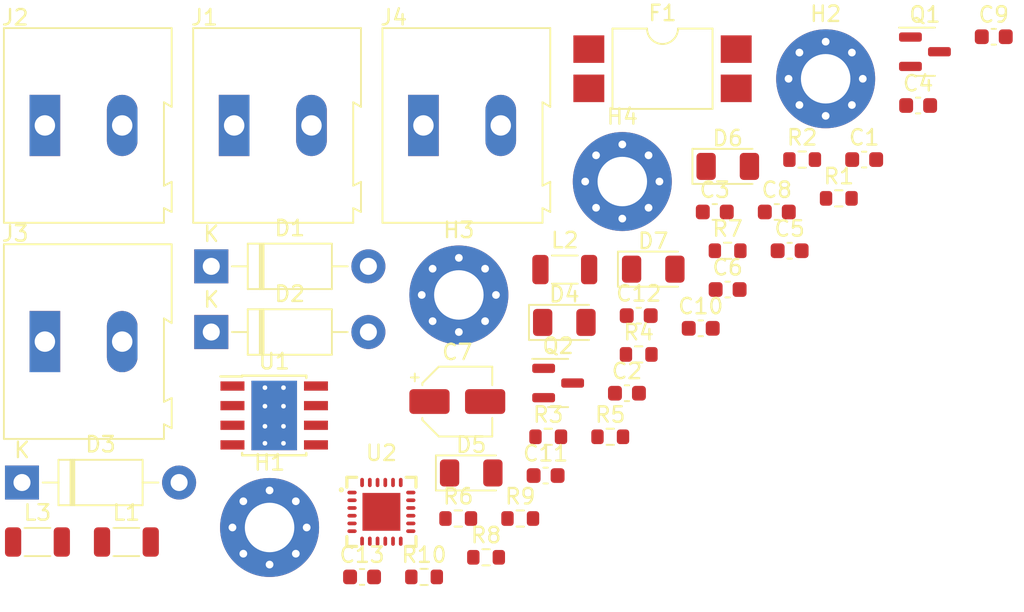
<source format=kicad_pcb>
(kicad_pcb (version 20211014) (generator pcbnew)
  (layers (0 "F.Cu" signal) (31 "B.Cu" signal) (34 "B.Paste" user) (35 "F.Paste" user) (36 "B.SilkS" user "B.Silkscreen") (37 "F.SilkS" user "F.Silkscreen") (38 "B.Mask" user) (39 "F.Mask" user) (44 "Edge.Cuts" user))
  (net 0 "")
  (net 1 "+5V")
  (net 2 "GND")
  (net 3 "Net-(C2-Pad1)")
  (net 4 "Net-(C3-Pad1)")
  (net 5 "Net-(F1-Pad2)")
  (net 6 "Net-(C5-Pad1)")
  (net 7 "Net-(C5-Pad2)")
  (net 8 "Net-(C8-Pad2)")
  (net 9 "+12V")
  (net 10 "Net-(C9-Pad2)")
  (net 11 "-12V")
  (net 12 "Net-(C10-Pad2)")
  (net 13 "Net-(C11-Pad1)")
  (net 14 "Net-(C12-Pad1)")
  (net 15 "Net-(D1-Pad2)")
  (net 16 "Net-(D3-Pad1)")
  (net 17 "/FUSE")
  (net 18 "VCC")
  (net 19 "Net-(Q1-Pad1)")
  (net 20 "Net-(R2-Pad2)")
  (net 21 "/VSENSE")
  (footprint "Package_TO_SOT_SMD:SOT-23" (layer "F.Cu") (at 89.51 79.06)
    (fp_text reference "Q2" (at 0 -2.4) (layer "F.SilkS"))
    (fp_text value "AO3401A")
    (fp_line (start 0 -1.56) (end 0.65 -1.56) (layer "F.SilkS") (width 0.12))
    (fp_line (start 0 1.56) (end -0.65 1.56) (layer "F.SilkS") (width 0.12))
    (fp_line (start 0 -1.56) (end -1.675 -1.56) (layer "F.SilkS") (width 0.12))
    (fp_line (start 0 1.56) (end 0.65 1.56) (layer "F.SilkS") (width 0.12))
    (pad "1" smd roundrect (at -0.9375 -0.95) (size 1.475 0.6) (layers "F.Cu" "F.Paste" "F.Mask") (net 2 "GND"))
    (pad "2" smd roundrect (at -0.9375 0.95) (size 1.475 0.6) (layers "F.Cu" "F.Paste" "F.Mask") (net 17 "/FUSE"))
    (pad "3" smd roundrect (at 0.9375 0) (size 1.475 0.6) (layers "F.Cu" "F.Paste" "F.Mask") (net 5 "Net-(F1-Pad2)"))
  )
  (footprint "TerminalBlock:TerminalBlock_Altech_AK300-2_P5.00mm" (layer "F.Cu") (at 56.32 76.38)
    (fp_text reference "J3" (at -1.92 -6.99) (layer "F.SilkS"))
    (fp_text value "Conn_01x02")
    (fp_line (start 8.2 -6.3) (end -2.65 -6.3) (layer "F.SilkS") (width 0.12))
    (fp_line (start 7.7 -1.5) (end 8.2 -1.2) (layer "F.SilkS") (width 0.12))
    (fp_line (start 7.7 5.35) (end 8.2 5.6) (layer "F.SilkS") (width 0.12))
    (fp_line (start 8.2 -1.2) (end 8.2 -6.3) (layer "F.SilkS") (width 0.12))
    (fp_line (start 7.7 6.3) (end 7.7 5.35) (layer "F.SilkS") (width 0.12))
    (fp_line (start -2.65 -6.3) (end -2.65 6.3) (layer "F.SilkS") (width 0.12))
    (fp_line (start 8.2 3.7) (end 8.2 3.65) (layer "F.SilkS") (width 0.12))
    (fp_line (start 7.7 3.9) (end 7.7 -1.5) (layer "F.SilkS") (width 0.12))
    (fp_line (start 8.2 5.6) (end 8.2 3.7) (layer "F.SilkS") (width 0.12))
    (fp_line (start -2.65 6.3) (end 7.7 6.3) (layer "F.SilkS") (width 0.12))
    (fp_line (start 8.2 3.65) (end 7.7 3.9) (layer "F.SilkS") (width 0.12))
    (pad "1" thru_hole rect (at 0 0) (size 1.98 3.96) (drill 1.32) (layers *.Cu *.Mask) (net 1 "+5V"))
    (pad "2" thru_hole oval (at 5 0) (size 1.98 3.96) (drill 1.32) (layers *.Cu *.Mask) (net 2 "GND"))
  )
  (footprint "Resistor_SMD:R_0603_1608Metric" (layer "F.Cu") (at 87.06 87.83)
    (fp_text reference "R9" (at 0 -1.43) (layer "F.SilkS"))
    (fp_text value "3.3k")
    (fp_line (start -0.237258 -0.5225) (end 0.237258 -0.5225) (layer "F.SilkS") (width 0.12))
    (fp_line (start -0.237258 0.5225) (end 0.237258 0.5225) (layer "F.SilkS") (width 0.12))
    (pad "1" smd roundrect (at -0.825 0) (size 0.8 0.95) (layers "F.Cu" "F.Paste" "F.Mask") (net 21 "/VSENSE"))
    (pad "2" smd roundrect (at 0.825 0) (size 0.8 0.95) (layers "F.Cu" "F.Paste" "F.Mask") (net 2 "GND"))
  )
  (footprint "Diode_THT:D_DO-41_SOD81_P10.16mm_Horizontal" (layer "F.Cu") (at 54.84 85.5)
    (fp_text reference "D3" (at 5.08 -2.47) (layer "F.SilkS"))
    (fp_text value "B5819W")
    (fp_text user "K" (at 0 -2.1) (layer "F.SilkS"))
    (fp_line (start 1.34 0) (end 2.36 0) (layer "F.SilkS") (width 0.12))
    (fp_line (start 3.38 -1.47) (end 3.38 1.47) (layer "F.SilkS") (width 0.12))
    (fp_line (start 3.26 -1.47) (end 3.26 1.47) (layer "F.SilkS") (width 0.12))
    (fp_line (start 7.8 1.47) (end 7.8 -1.47) (layer "F.SilkS") (width 0.12))
    (fp_line (start 3.14 -1.47) (end 3.14 1.47) (layer "F.SilkS") (width 0.12))
    (fp_line (start 8.82 0) (end 7.8 0) (layer "F.SilkS") (width 0.12))
    (fp_line (start 7.8 -1.47) (end 2.36 -1.47) (layer "F.SilkS") (width 0.12))
    (fp_line (start 2.36 1.47) (end 7.8 1.47) (layer "F.SilkS") (width 0.12))
    (fp_line (start 2.36 -1.47) (end 2.36 1.47) (layer "F.SilkS") (width 0.12))
    (pad "1" thru_hole rect (at 0 0) (size 2.2 2.2) (drill 1.1) (layers *.Cu *.Mask) (net 16 "Net-(D3-Pad1)"))
    (pad "2" thru_hole oval (at 10.16 0) (size 2.2 2.2) (drill 1.1) (layers *.Cu *.Mask) (net 11 "-12V"))
  )
  (footprint "Capacitor_SMD:C_0603_1608Metric" (layer "F.Cu") (at 109.3 64.6)
    (fp_text reference "C1" (at 0 -1.43) (layer "F.SilkS"))
    (fp_text value "10uF")
    (fp_line (start -0.14058 0.51) (end 0.14058 0.51) (layer "F.SilkS") (width 0.12))
    (fp_line (start -0.14058 -0.51) (end 0.14058 -0.51) (layer "F.SilkS") (width 0.12))
    (pad "1" smd roundrect (at -0.775 0) (size 0.9 0.95) (layers "F.Cu" "F.Paste" "F.Mask") (net 1 "+5V"))
    (pad "2" smd roundrect (at 0.775 0) (size 0.9 0.95) (layers "F.Cu" "F.Paste" "F.Mask") (net 2 "GND"))
  )
  (footprint "Resistor_SMD:R_0603_1608Metric" (layer "F.Cu") (at 80.84 91.61)
    (fp_text reference "R10" (at 0 -1.43) (layer "F.SilkS"))
    (fp_text value "12k")
    (fp_line (start -0.237258 -0.5225) (end 0.237258 -0.5225) (layer "F.SilkS") (width 0.12))
    (fp_line (start -0.237258 0.5225) (end 0.237258 0.5225) (layer "F.SilkS") (width 0.12))
    (pad "1" smd roundrect (at -0.825 0) (size 0.8 0.95) (layers "F.Cu" "F.Paste" "F.Mask") (net 11 "-12V"))
    (pad "2" smd roundrect (at 0.825 0) (size 0.8 0.95) (layers "F.Cu" "F.Paste" "F.Mask") (net 2 "GND"))
  )
  (footprint "Inductor_SMD:L_1206_3216Metric" (layer "F.Cu") (at 55.84 89.35)
    (fp_text reference "L3" (at 0 -1.9) (layer "F.SilkS"))
    (fp_text value "+10u")
    (fp_line (start -0.835242 -0.91) (end 0.835242 -0.91) (layer "F.SilkS") (width 0.12))
    (fp_line (start -0.835242 0.91) (end 0.835242 0.91) (layer "F.SilkS") (width 0.12))
    (pad "1" smd roundrect (at -1.575 0) (size 1.05 1.9) (layers "F.Cu" "F.Paste" "F.Mask") (roundrect_rratio 0.238095) (net 16 "Net-(D3-Pad1)"))
    (pad "2" smd roundrect (at 1.575 0) (size 1.05 1.9) (layers "F.Cu" "F.Paste" "F.Mask") (roundrect_rratio 0.238095) (net 2 "GND"))
  )
  (footprint "Package_TO_SOT_SMD:SOT-23" (layer "F.Cu") (at 113.23 57.62)
    (fp_text reference "Q1" (at 0 -2.4) (layer "F.SilkS"))
    (fp_text value "AO3401A")
    (fp_line (start 0 -1.56) (end -1.675 -1.56) (layer "F.SilkS") (width 0.12))
    (fp_line (start 0 1.56) (end 0.65 1.56) (layer "F.SilkS") (width 0.12))
    (fp_line (start 0 -1.56) (end 0.65 -1.56) (layer "F.SilkS") (width 0.12))
    (fp_line (start 0 1.56) (end -0.65 1.56) (layer "F.SilkS") (width 0.12))
    (pad "1" smd roundrect (at -0.9375 -0.95) (size 1.475 0.6) (layers "F.Cu" "F.Paste" "F.Mask") (net 19 "Net-(Q1-Pad1)"))
    (pad "2" smd roundrect (at -0.9375 0.95) (size 1.475 0.6) (layers "F.Cu" "F.Paste" "F.Mask") (net 4 "Net-(C3-Pad1)"))
    (pad "3" smd roundrect (at 0.9375 0) (size 1.475 0.6) (layers "F.Cu" "F.Paste" "F.Mask") (net 1 "+5V"))
  )
  (footprint "TerminalBlock:TerminalBlock_Altech_AK300-2_P5.00mm" (layer "F.Cu") (at 68.56 62.39)
    (fp_text reference "J1" (at -1.92 -6.99) (layer "F.SilkS"))
    (fp_text value "Conn_01x02")
    (fp_line (start 8.2 3.65) (end 7.7 3.9) (layer "F.SilkS") (width 0.12))
    (fp_line (start -2.65 6.3) (end 7.7 6.3) (layer "F.SilkS") (width 0.12))
    (fp_line (start 8.2 -1.2) (end 8.2 -6.3) (layer "F.SilkS") (width 0.12))
    (fp_line (start 7.7 6.3) (end 7.7 5.35) (layer "F.SilkS") (width 0.12))
    (fp_line (start 8.2 -6.3) (end -2.65 -6.3) (layer "F.SilkS") (width 0.12))
    (fp_line (start 7.7 -1.5) (end 8.2 -1.2) (layer "F.SilkS") (width 0.12))
    (fp_line (start 8.2 3.7) (end 8.2 3.65) (layer "F.SilkS") (width 0.12))
    (fp_line (start -2.65 -6.3) (end -2.65 6.3) (layer "F.SilkS") (width 0.12))
    (fp_line (start 8.2 5.6) (end 8.2 3.7) (layer "F.SilkS") (width 0.12))
    (fp_line (start 7.7 5.35) (end 8.2 5.6) (layer "F.SilkS") (width 0.12))
    (fp_line (start 7.7 3.9) (end 7.7 -1.5) (layer "F.SilkS") (width 0.12))
    (pad "1" thru_hole rect (at 0 0) (size 1.98 3.96) (drill 1.32) (layers *.Cu *.Mask) (net 18 "VCC"))
    (pad "2" thru_hole oval (at 5 0) (size 1.98 3.96) (drill 1.32) (layers *.Cu *.Mask) (net 2 "GND"))
  )
  (footprint "Capacitor_SMD:C_0603_1608Metric" (layer "F.Cu") (at 99.64 67.99)
    (fp_text reference "C3" (at 0 -1.43) (layer "F.SilkS"))
    (fp_text value "10uF")
    (fp_line (start -0.14058 -0.51) (end 0.14058 -0.51) (layer "F.SilkS") (width 0.12))
    (fp_line (start -0.14058 0.51) (end 0.14058 0.51) (layer "F.SilkS") (width 0.12))
    (pad "1" smd roundrect (at -0.775 0) (size 0.9 0.95) (layers "F.Cu" "F.Paste" "F.Mask") (net 4 "Net-(C3-Pad1)"))
    (pad "2" smd roundrect (at 0.775 0) (size 0.9 0.95) (layers "F.Cu" "F.Paste" "F.Mask") (net 2 "GND"))
  )
  (footprint "Resistor_SMD:R_0603_1608Metric" (layer "F.Cu") (at 105.29 64.6)
    (fp_text reference "R2" (at 0 -1.43) (layer "F.SilkS"))
    (fp_text value "100k")
    (fp_line (start -0.237258 -0.5225) (end 0.237258 -0.5225) (layer "F.SilkS") (width 0.12))
    (fp_line (start -0.237258 0.5225) (end 0.237258 0.5225) (layer "F.SilkS") (width 0.12))
    (pad "1" smd roundrect (at -0.825 0) (size 0.8 0.95) (layers "F.Cu" "F.Paste" "F.Mask") (net 17 "/FUSE"))
    (pad "2" smd roundrect (at 0.825 0) (size 0.8 0.95) (layers "F.Cu" "F.Paste" "F.Mask") (net 20 "Net-(R2-Pad2)"))
  )
  (footprint "Capacitor_SMD:C_0603_1608Metric" (layer "F.Cu") (at 103.65 67.99)
    (fp_text reference "C8" (at 0 -1.43) (layer "F.SilkS"))
    (fp_text value "4.7n")
    (fp_line (start -0.14058 0.51) (end 0.14058 0.51) (layer "F.SilkS") (width 0.12))
    (fp_line (start -0.14058 -0.51) (end 0.14058 -0.51) (layer "F.SilkS") (width 0.12))
    (pad "1" smd roundrect (at -0.775 0) (size 0.9 0.95) (layers "F.Cu" "F.Paste" "F.Mask") (net 2 "GND"))
    (pad "2" smd roundrect (at 0.775 0) (size 0.9 0.95) (layers "F.Cu" "F.Paste" "F.Mask") (net 8 "Net-(C8-Pad2)"))
  )
  (footprint "Resistor_SMD:R_0603_1608Metric" (layer "F.Cu") (at 100.47 70.5)
    (fp_text reference "R7" (at 0 -1.43) (layer "F.SilkS"))
    (fp_text value "110k")
    (fp_line (start -0.237258 -0.5225) (end 0.237258 -0.5225) (layer "F.SilkS") (width 0.12))
    (fp_line (start -0.237258 0.5225) (end 0.237258 0.5225) (layer "F.SilkS") (width 0.12))
    (pad "1" smd roundrect (at -0.825 0) (size 0.8 0.95) (layers "F.Cu" "F.Paste" "F.Mask") (net 10 "Net-(C9-Pad2)"))
    (pad "2" smd roundrect (at 0.825 0) (size 0.8 0.95) (layers "F.Cu" "F.Paste" "F.Mask") (net 2 "GND"))
  )
  (footprint "Resistor_SMD:R_0603_1608Metric" (layer "F.Cu") (at 107.66 67.11)
    (fp_text reference "R1" (at 0 -1.43) (layer "F.SilkS"))
    (fp_text value "100")
    (fp_line (start -0.237258 0.5225) (end 0.237258 0.5225) (layer "F.SilkS") (width 0.12))
    (fp_line (start -0.237258 -0.5225) (end 0.237258 -0.5225) (layer "F.SilkS") (width 0.12))
    (pad "1" smd roundrect (at -0.825 0) (size 0.8 0.95) (layers "F.Cu" "F.Paste" "F.Mask") (net 1 "+5V"))
    (pad "2" smd roundrect (at 0.825 0) (size 0.8 0.95) (layers "F.Cu" "F.Paste" "F.Mask") (net 3 "Net-(C2-Pad1)"))
  )
  (footprint "Capacitor_SMD:CP_Elec_4x5.4" (layer "F.Cu") (at 82.99 80.26)
    (fp_text reference "C7" (at 0 -3.2) (layer "F.SilkS"))
    (fp_text value "220u")
    (fp_line (start -1.195563 2.26) (end 2.26 2.26) (layer "F.SilkS") (width 0.12))
    (fp_line (start -2.26 1.195563) (end -1.195563 2.26) (layer "F.SilkS") (width 0.12))
    (fp_line (start 2.26 -2.26) (end 2.26 -1.06) (layer "F.SilkS") (width 0.12))
    (fp_line (start -1.195563 -2.26) (end 2.26 -2.26) (layer "F.SilkS") (width 0.12))
    (fp_line (start -2.26 -1.195563) (end -1.195563 -2.26) (layer "F.SilkS") (width 0.12))
    (fp_line (start -2.75 -1.81) (end -2.75 -1.31) (layer "F.SilkS") (width 0.12))
    (fp_line (start -2.26 -1.195563) (end -2.26 -1.06) (layer "F.SilkS") (width 0.12))
    (fp_line (start -2.26 1.195563) (end -2.26 1.06) (layer "F.SilkS") (width 0.12))
    (fp_line (start -3 -1.56) (end -2.5 -1.56) (layer "F.SilkS") (width 0.12))
    (fp_line (start 2.26 2.26) (end 2.26 1.06) (layer "F.SilkS") (width 0.12))
    (pad "1" smd roundrect (at -1.8 0) (size 2.6 1.6) (layers "F.Cu" "F.Paste" "F.Mask") (roundrect_rratio 0.15625) (net 1 "+5V"))
    (pad "2" smd roundrect (at 1.8 0) (size 2.6 1.6) (layers "F.Cu" "F.Paste" "F.Mask") (roundrect_rratio 0.15625) (net 2 "GND"))
  )
  (footprint "Capacitor_SMD:C_0603_1608Metric" (layer "F.Cu") (at 100.47 73.01)
    (fp_text reference "C6" (at 0 -1.43) (layer "F.SilkS"))
    (fp_text value "10u")
    (fp_line (start -0.14058 -0.51) (end 0.14058 -0.51) (layer "F.SilkS") (width 0.12))
    (fp_line (start -0.14058 0.51) (end 0.14058 0.51) (layer "F.SilkS") (width 0.12))
    (pad "1" smd roundrect (at -0.775 0) (size 0.9 0.95) (layers "F.Cu" "F.Paste" "F.Mask") (net 2 "GND"))
    (pad "2" smd roundrect (at 0.775 0) (size 0.9 0.95) (layers "F.Cu" "F.Paste" "F.Mask") (net 1 "+5V"))
  )
  (footprint "TerminalBlock:TerminalBlock_Altech_AK300-2_P5.00mm" (layer "F.Cu") (at 56.32 62.39)
    (fp_text reference "J2" (at -1.92 -6.99) (layer "F.SilkS"))
    (fp_text value "Conn_01x02")
    (fp_line (start 8.2 -6.3) (end -2.65 -6.3) (layer "F.SilkS") (width 0.12))
    (fp_line (start 7.7 5.35) (end 8.2 5.6) (layer "F.SilkS") (width 0.12))
    (fp_line (start 8.2 5.6) (end 8.2 3.7) (layer "F.SilkS") (width 0.12))
    (fp_line (start 7.7 -1.5) (end 8.2 -1.2) (layer "F.SilkS") (width 0.12))
    (fp_line (start 8.2 -1.2) (end 8.2 -6.3) (layer "F.SilkS") (width 0.12))
    (fp_line (start -2.65 -6.3) (end -2.65 6.3) (layer "F.SilkS") (width 0.12))
    (fp_line (start 8.2 3.7) (end 8.2 3.65) (layer "F.SilkS") (width 0.12))
    (fp_line (start 7.7 3.9) (end 7.7 -1.5) (layer "F.SilkS") (width 0.12))
    (fp_line (start -2.65 6.3) (end 7.7 6.3) (layer "F.SilkS") (width 0.12))
    (fp_line (start 7.7 6.3) (end 7.7 5.35) (layer "F.SilkS") (width 0.12))
    (fp_line (start 8.2 3.65) (end 7.7 3.9) (layer "F.SilkS") (width 0.12))
    (pad "1" thru_hole rect (at 0 0) (size 1.98 3.96) (drill 1.32) (layers *.Cu *.Mask) (net 9 "+12V"))
    (pad "2" thru_hole oval (at 5 0) (size 1.98 3.96) (drill 1.32) (layers *.Cu *.Mask) (net 2 "GND"))
  )
  (footprint "Capacitor_SMD:C_0603_1608Metric" (layer "F.Cu") (at 76.83 91.61)
    (fp_text reference "C13" (at 0 -1.43) (layer "F.SilkS"))
    (fp_text value "22u")
    (fp_line (start -0.14058 0.51) (end 0.14058 0.51) (layer "F.SilkS") (width 0.12))
    (fp_line (start -0.14058 -0.51) (end 0.14058 -0.51) (layer "F.SilkS") (width 0.12))
    (pad "1" smd roundrect (at -0.775 0) (size 0.9 0.95) (layers "F.Cu" "F.Paste" "F.Mask") (net 2 "GND"))
    (pad "2" smd roundrect (at 0.775 0) (size 0.9 0.95) (layers "F.Cu" "F.Paste" "F.Mask") (net 11 "-12V"))
  )
  (footprint "MountingHole:MountingHole_3.2mm_M3_Pad_Via" (layer "F.Cu") (at 70.85 88.41)
    (fp_text reference "H1" (at 0 -4.2) (layer "F.SilkS"))
    (fp_text value "MountingHole_Pad")
    (pad "1" thru_hole circle (at -1.697056 -1.697056) (size 0.8 0.8) (drill 0.5) (layers *.Cu *.Mask) (net 2 "GND"))
    (pad "1" thru_hole circle (at 1.697056 1.697056) (size 0.8 0.8) (drill 0.5) (layers *.Cu *.Mask) (net 2 "GND"))
    (pad "1" thru_hole circle (at 1.697056 -1.697056) (size 0.8 0.8) (drill 0.5) (layers *.Cu *.Mask) (net 2 "GND"))
    (pad "1" thru_hole circle (at 2.4 0) (size 0.8 0.8) (drill 0.5) (layers *.Cu *.Mask) (net 2 "GND"))
    (pad "1" thru_hole circle (at -2.4 0) (size 0.8 0.8) (drill 0.5) (layers *.Cu *.Mask) (net 2 "GND"))
    (pad "1" thru_hole circle (at 0 2.4) (size 0.8 0.8) (drill 0.5) (layers *.Cu *.Mask) (net 2 "GND"))
    (pad "1" thru_hole circle (at 0 0) (size 6.4 6.4) (drill 3.2) (layers *.Cu *.Mask) (net 2 "GND"))
    (pad "1" thru_hole circle (at -1.697056 1.697056) (size 0.8 0.8) (drill 0.5) (layers *.Cu *.Mask) (net 2 "GND"))
    (pad "1" thru_hole circle (at 0 -2.4) (size 0.8 0.8) (drill 0.5) (layers *.Cu *.Mask) (net 2 "GND"))
  )
  (footprint "Capacitor_SMD:C_0603_1608Metric" (layer "F.Cu") (at 112.79 61.1)
    (fp_text reference "C4" (at 0 -1.43) (layer "F.SilkS"))
    (fp_text value "10u")
    (fp_line (start -0.14058 -0.51) (end 0.14058 -0.51) (layer "F.SilkS") (width 0.12))
    (fp_line (start -0.14058 0.51) (end 0.14058 0.51) (layer "F.SilkS") (width 0.12))
    (pad "1" smd roundrect (at -0.775 0) (size 0.9 0.95) (layers "F.Cu" "F.Paste" "F.Mask") (net 17 "/FUSE"))
    (pad "2" smd roundrect (at 0.775 0) (size 0.9 0.95) (layers "F.Cu" "F.Paste" "F.Mask") (net 2 "GND"))
  )
  (footprint "Inductor_SMD:L_1206_3216Metric" (layer "F.Cu") (at 61.59 89.35)
    (fp_text reference "L1" (at 0 -1.9) (layer "F.SilkS"))
    (fp_text value "+10u")
    (fp_line (start -0.835242 -0.91) (end 0.835242 -0.91) (layer "F.SilkS") (width 0.12))
    (fp_line (start -0.835242 0.91) (end 0.835242 0.91) (layer "F.SilkS") (width 0.12))
    (pad "1" smd roundrect (at -1.575 0) (size 1.05 1.9) (layers "F.Cu" "F.Paste" "F.Mask") (roundrect_rratio 0.238095) (net 4 "Net-(C3-Pad1)"))
    (pad "2" smd roundrect (at 1.575 0) (size 1.05 1.9) (layers "F.Cu" "F.Paste" "F.Mask") (roundrect_rratio 0.238095) (net 15 "Net-(D1-Pad2)"))
  )
  (footprint "Capacitor_SMD:C_0603_1608Metric" (layer "F.Cu") (at 98.73 75.52)
    (fp_text reference "C10" (at 0 -1.43) (layer "F.SilkS"))
    (fp_text value "8.2p")
    (fp_line (start -0.14058 -0.51) (end 0.14058 -0.51) (layer "F.SilkS") (width 0.12))
    (fp_line (start -0.14058 0.51) (end 0.14058 0.51) (layer "F.SilkS") (width 0.12))
    (pad "1" smd roundrect (at -0.775 0) (size 0.9 0.95) (layers "F.Cu" "F.Paste" "F.Mask") (net 11 "-12V"))
    (pad "2" smd roundrect (at 0.775 0) (size 0.9 0.95) (layers "F.Cu" "F.Paste" "F.Mask") (net 12 "Net-(C10-Pad2)"))
  )
  (footprint "Capacitor_SMD:C_0603_1608Metric" (layer "F.Cu") (at 104.48 70.5)
    (fp_text reference "C5" (at 0 -1.43) (layer "F.SilkS"))
    (fp_text value "10n")
    (fp_line (start -0.14058 0.51) (end 0.14058 0.51) (layer "F.SilkS") (width 0.12))
    (fp_line (start -0.14058 -0.51) (end 0.14058 -0.51) (layer "F.SilkS") (width 0.12))
    (pad "1" smd roundrect (at -0.775 0) (size 0.9 0.95) (layers "F.Cu" "F.Paste" "F.Mask") (net 6 "Net-(C5-Pad1)"))
    (pad "2" smd roundrect (at 0.775 0) (size 0.9 0.95) (layers "F.Cu" "F.Paste" "F.Mask") (net 7 "Net-(C5-Pad2)"))
  )
  (footprint "Capacitor_SMD:C_0603_1608Metric" (layer "F.Cu") (at 88.7 85.05)
    (fp_text reference "C11" (at 0 -1.43) (layer "F.SilkS"))
    (fp_text value "4.7n")
    (fp_line (start -0.14058 0.51) (end 0.14058 0.51) (layer "F.SilkS") (width 0.12))
    (fp_line (start -0.14058 -0.51) (end 0.14058 -0.51) (layer "F.SilkS") (width 0.12))
    (pad "1" smd roundrect (at -0.775 0) (size 0.9 0.95) (layers "F.Cu" "F.Paste" "F.Mask") (net 13 "Net-(C11-Pad1)"))
    (pad "2" smd roundrect (at 0.775 0) (size 0.9 0.95) (layers "F.Cu" "F.Paste" "F.Mask") (net 2 "GND"))
  )
  (footprint "MountingHole:MountingHole_3.2mm_M3_Pad_Via" (layer "F.Cu") (at 93.66 66.02)
    (fp_text reference "H4" (at 0 -4.2) (layer "F.SilkS"))
    (fp_text value "MountingHole_Pad")
    (pad "1" thru_hole circle (at 0 0) (size 6.4 6.4) (drill 3.2) (layers *.Cu *.Mask) (net 2 "GND"))
    (pad "1" thru_hole circle (at 0 -2.4) (size 0.8 0.8) (drill 0.5) (layers *.Cu *.Mask) (net 2 "GND"))
    (pad "1" thru_hole circle (at -1.697056 -1.697056) (size 0.8 0.8) (drill 0.5) (layers *.Cu *.Mask) (net 2 "GND"))
    (pad "1" thru_hole circle (at 1.697056 1.697056) (size 0.8 0.8) (drill 0.5) (layers *.Cu *.Mask) (net 2 "GND"))
    (pad "1" thru_hole circle (at 0 2.4) (size 0.8 0.8) (drill 0.5) (layers *.Cu *.Mask) (net 2 "GND"))
    (pad "1" thru_hole circle (at -1.697056 1.697056) (size 0.8 0.8) (drill 0.5) (layers *.Cu *.Mask) (net 2 "GND"))
    (pad "1" thru_hole circle (at 2.4 0) (size 0.8 0.8) (drill 0.5) (layers *.Cu *.Mask) (net 2 "GND"))
    (pad "1" thru_hole circle (at 1.697056 -1.697056) (size 0.8 0.8) (drill 0.5) (layers *.Cu *.Mask) (net 2 "GND"))
    (pad "1" thru_hole circle (at -2.4 0) (size 0.8 0.8) (drill 0.5) (layers *.Cu *.Mask) (net 2 "GND"))
  )
  (footprint "Resistor_SMD:R_0603_1608Metric" (layer "F.Cu") (at 94.72 77.21)
    (fp_text reference "R4" (at 0 -1.43) (layer "F.SilkS"))
    (fp_text value "1M")
    (fp_line (start -0.237258 -0.5225) (end 0.237258 -0.5225) (layer "F.SilkS") (width 0.12))
    (fp_line (start -0.237258 0.5225) (end 0.237258 0.5225) (layer "F.SilkS") (width 0.12))
    (pad "1" smd roundrect (at -0.825 0) (size 0.8 0.95) (layers "F.Cu" "F.Paste" "F.Mask") (net 9 "+12V"))
    (pad "2" smd roundrect (at 0.825 0) (size 0.8 0.95) (layers "F.Cu" "F.Paste" "F.Mask") (net 10 "Net-(C9-Pad2)"))
  )
  (footprint "Resistor_SMD:R_0603_1608Metric" (layer "F.Cu") (at 92.88 82.54)
    (fp_text reference "R5" (at 0 -1.43) (layer "F.SilkS"))
    (fp_text value "100k")
    (fp_line (start -0.237258 -0.5225) (end 0.237258 -0.5225) (layer "F.SilkS") (width 0.12))
    (fp_line (start -0.237258 0.5225) (end 0.237258 0.5225) (layer "F.SilkS") (width 0.12))
    (pad "1" smd roundrect (at -0.825 0) (size 0.8 0.95) (layers "F.Cu" "F.Paste" "F.Mask") (net 14 "Net-(C12-Pad1)"))
    (pad "2" smd roundrect (at 0.825 0) (size 0.8 0.95) (layers "F.Cu" "F.Paste" "F.Mask") (net 12 "Net-(C10-Pad2)"))
  )
  (footprint "Package_DIP:SMDIP-4_W9.53mm" (layer "F.Cu") (at 96.26 58.72)
    (fp_text reference "F1" (at 0 -3.6) (layer "F.SilkS"))
    (fp_text value "500mA")
    (fp_line (start -3.235 2.6) (end 3.235 2.6) (layer "F.SilkS") (width 0.12))
    (fp_line (start 3.235 2.6) (end 3.235 -2.6) (layer "F.SilkS") (width 0.12))
    (fp_line (start 3.235 -2.6) (end 1 -2.6) (layer "F.SilkS") (width 0.12))
    (fp_line (start -3.235 -2.6) (end -3.235 2.6) (layer "F.SilkS") (width 0.12))
    (fp_line (start -1 -2.6) (end -3.235 -2.6) (layer "F.SilkS") (width 0.12))
    (fp_arc (start 1 -2.6) (mid 0 -1.6) (end -1 -2.6) (layer "F.SilkS") (width 0.12))
    (pad "1" smd rect (at -4.765 -1.27) (size 2 1.78) (layers "F.Cu" "F.Paste" "F.Mask") (net 18 "VCC"))
    (pad "2" smd rect (at -4.765 1.27) (size 2 1.78) (layers "F.Cu" "F.Paste" "F.Mask") (net 5 "Net-(F1-Pad2)"))
    (pad "3" smd rect (at 4.765 1.27) (size 2 1.78) (layers "F.Cu" "F.Paste" "F.Mask"))
    (pad "4" smd rect (at 4.765 -1.27) (size 2 1.78) (layers "F.Cu" "F.Paste" "F.Mask"))
  )
  (footprint "Inductor_SMD:L_1206_3216Metric" (layer "F.Cu") (at 89.94 71.72)
    (fp_text reference "L2" (at 0 -1.9) (layer "F.SilkS"))
    (fp_text value "+47u")
    (fp_line (start -0.835242 -0.91) (end 0.835242 -0.91) (layer "F.SilkS") (width 0.12))
    (fp_line (start -0.835242 0.91) (end 0.835242 0.91) (layer "F.SilkS") (width 0.12))
    (pad "1" smd roundrect (at -1.575 0) (size 1.05 1.9) (layers "F.Cu" "F.Paste" "F.Mask") (roundrect_rratio 0.238095) (net 7 "Net-(C5-Pad2)"))
    (pad "2" smd roundrect (at 1.575 0) (size 1.05 1.9) (layers "F.Cu" "F.Paste" "F.Mask") (roundrect_rratio 0.238095) (net 1 "+5V"))
  )
  (footprint "LED_SMD:LED_1206_3216Metric" (layer "F.Cu") (at 89.91 75.14)
    (fp_text reference "D4" (at 0 -1.82) (layer "F.SilkS"))
    (fp_text value "R")
    (fp_line (start 1.6 -1.135) (end -2.285 -1.135) (layer "F.SilkS") (width 0.12))
    (fp_line (start -2.285 -1.135) (end -2.285 1.135) (layer "F.SilkS") (width 0.12))
    (fp_line (start -2.285 1.135) (end 1.6 1.135) (layer "F.SilkS") (width 0.12))
    (pad "1" smd roundrect (at -1.4 0) (size 1.25 1.75) (layers "F.Cu" "F.Paste" "F.Mask") (roundrect_rratio 0.2) (net 2 "GND"))
    (pad "2" smd roundrect (at 1.4 0) (size 1.25 1.75) (layers "F.Cu" "F.Paste" "F.Mask") (roundrect_rratio 0.2) (net 17 "/FUSE"))
  )
  (footprint "Capacitor_SMD:C_0603_1608Metric" (layer "F.Cu") (at 117.68 56.65)
    (fp_text reference "C9" (at 0 -1.43) (layer "F.SilkS"))
    (fp_text value "10nF")
    (fp_line (start -0.14058 -0.51) (end 0.14058 -0.51) (layer "F.SilkS") (width 0.12))
    (fp_line (start -0.14058 0.51) (end 0.14058 0.51) (layer "F.SilkS") (width 0.12))
    (pad "1" smd roundrect (at -0.775 0) (size 0.9 0.95) (layers "F.Cu" "F.Paste" "F.Mask") (net 9 "+12V"))
    (pad "2" smd roundrect (at 0.775 0) (size 0.9 0.95) (layers "F.Cu" "F.Paste" "F.Mask") (net 10 "Net-(C9-Pad2)"))
  )
  (footprint "MountingHole:MountingHole_3.2mm_M3_Pad_Via" (layer "F.Cu") (at 83.09 73.36)
    (fp_text reference "H3" (at 0 -4.2) (layer "F.SilkS"))
    (fp_text value "MountingHole_Pad")
    (pad "1" thru_hole circle (at 0 2.4) (size 0.8 0.8) (drill 0.5) (layers *.Cu *.Mask) (net 2 "GND"))
    (pad "1" thru_hole circle (at -1.697056 1.697056) (size 0.8 0.8) (drill 0.5) (layers *.Cu *.Mask) (net 2 "GND"))
    (pad "1" thru_hole circle (at 0 -2.4) (size 0.8 0.8) (drill 0.5) (layers *.Cu *.Mask) (net 2 "GND"))
    (pad "1" thru_hole circle (at 1.697056 1.697056) (size 0.8 0.8) (drill 0.5) (layers *.Cu *.Mask) (net 2 "GND"))
    (pad "1" thru_hole circle (at 0 0) (size 6.4 6.4) (drill 3.2) (layers *.Cu *.Mask) (net 2 "GND"))
    (pad "1" thru_hole circle (at -2.4 0) (size 0.8 0.8) (drill 0.5) (layers *.Cu *.Mask) (net 2 "GND"))
    (pad "1" thru_hole circle (at -1.697056 -1.697056) (size 0.8 0.8) (drill 0.5) (layers *.Cu *.Mask) (net 2 "GND"))
    (pad "1" thru_hole circle (at 2.4 0) (size 0.8 0.8) (drill 0.5) (layers *.Cu *.Mask) (net 2 "GND"))
    (pad "1" thru_hole circle (at 1.697056 -1.697056) (size 0.8 0.8) (drill 0.5) (layers *.Cu *.Mask) (net 2 "GND"))
  )
  (footprint "LED_SMD:LED_1206_3216Metric" (layer "F.Cu") (at 95.66 71.69)
    (fp_text reference "D7" (at 0 -1.82) (layer "F.SilkS"))
    (fp_text value "O")
    (fp_line (start -2.285 -1.135) (end -2.285 1.135) (layer "F.SilkS") (width 0.12))
    (fp_line (start -2.285 1.135) (end 1.6 1.135) (layer "F.SilkS") (width 0.12))
    (fp_line (start 1.6 -1.135) (end -2.285 -1.135) (layer "F.SilkS") (width 0.12))
    (pad "1" smd roundrect (at -1.4 0) (size 1.25 1.75) (layers "F.Cu" "F.Paste" "F.Mask") (roundrect_rratio 0.2) (net 2 "GND"))
    (pad "2" smd roundrect (at 1.4 0) (size 1.25 1.75) (layers "F.Cu" "F.Paste" "F.Mask") (roundrect_rratio 0.2) (net 11 "-12V"))
  )
  (footprint "Diode_THT:D_DO-41_SOD81_P10.16mm_Horizontal" (layer "F.Cu") (at 67.08 75.76)
    (fp_text reference "D2" (at 5.08 -2.47) (layer "F.SilkS"))
    (fp_text value "1N5819")
    (fp_text user "K" (at 0 -2.1) (layer "F.SilkS"))
    (fp_line (start 7.8 -1.47) (end 2.36 -1.47) (layer "F.SilkS") (width 0.12))
    (fp_line (start 3.26 -1.47) (end 3.26 1.47) (layer "F.SilkS") (width 0.12))
    (fp_line (start 3.14 -1.47) (end 3.14 1.47) (layer "F.SilkS") (width 0.12))
    (fp_line (start 1.34 0) (end 2.36 0) (layer "F.SilkS") (width 0.12))
    (fp_line (start 8.82 0) (end 7.8 0) (layer "F.SilkS") (width 0.12))
    (fp_line (start 7.8 1.47) (end 7.8 -1.47) (layer "F.SilkS") (width 0.12))
    (fp_line (start 2.36 -1.47) (end 2.36 1.47) (layer "F.SilkS") (width 0.12))
    (fp_line (start 3.38 -1.47) (end 3.38 1.47) (layer "F.SilkS") (width 0.12))
    (fp_line (start 2.36 1.47) (end 7.8 1.47) (layer "F.SilkS") (width 0.12))
    (pad "1" thru_hole rect (at 0 0) (size 2.2 2.2) (drill 1.1) (layers *.Cu *.Mask) (net 7 "Net-(C5-Pad2)"))
    (pad "2" thru_hole oval (at 10.16 0) (size 2.2 2.2) (drill 1.1) (layers *.Cu *.Mask) (net 2 "GND"))
  )
  (footprint "TPS65131RGER:RGE0024B" (layer "F.Cu") (at 78.0825 87.3985)
    (fp_text reference "U2" (at 0 -3.81) (layer "F.SilkS"))
    (fp_text value "TPS65131RGER")
    (fp_line (start -1.6002 2.2352) (end -2.2352 2.2352) (layer "F.SilkS") (width 0.2032))
    (fp_line (start -2.2352 -2.2352) (end -1.6002 -2.2352) (layer "F.SilkS") (width 0.2032))
    (fp_line (start 1.6002 -2.2352) (end 2.2352 -2.2352) (layer "F.SilkS") (width 0.2032))
    (fp_line (start 2.2352 1.6002) (end 2.2352 2.2352) (layer "F.SilkS") (width 0.2032))
    (fp_line (start 2.2352 -2.2352) (end 2.2352 -1.6002) (layer "F.SilkS") (width 0.2032))
    (fp_line (start -2.2352 2.2352) (end -2.2352 1.6002) (layer "F.SilkS") (width 0.2032))
    (fp_line (start -2.2352 -1.6002) (end -2.2352 -2.2352) (layer "F.SilkS") (width 0.2032))
    (fp_line (start 2.2352 2.2352) (end 1.6002 2.2352) (layer "F.SilkS") (width 0.2032))
    (fp_circle (center -2.594 -1.424) (end -2.494 -1.424) (layer "F.SilkS") (width 0.127) (fill none))
    (pad "1" smd oval locked (at -1.9 -1.25 180) (size 0.6 0.24) (layers "F.Cu" "F.Paste" "F.Mask") (net 15 "Net-(D1-Pad2)"))
    (pad "2" smd oval locked (at -1.9 -0.75 180) (size 0.6 0.24) (layers "F.Cu" "F.Paste" "F.Mask") (net 2 "GND"))
    (pad "3" smd oval locked (at -1.9 -0.25 180) (size 0.6 0.24) (layers "F.Cu" "F.Paste" "F.Mask") (net 2 "GND"))
    (pad "4" smd oval locked (at -1.9 0.25 180) (size 0.6 0.24) (layers "F.Cu" "F.Paste" "F.Mask") (net 3 "Net-(C2-Pad1)"))
    (pad "5" smd oval locked (at -1.9 0.75 180) (size 0.6 0.24) (layers "F.Cu" "F.Paste" "F.Mask") (net 1 "+5V"))
    (pad "6" smd oval locked (at -1.9 1.25 180) (size 0.6 0.24) (layers "F.Cu" "F.Paste" "F.Mask") (net 1 "+5V"))
    (pad "7" smd oval locked (at -1.25 1.9 90) (size 0.6 0.24) (layers "F.Cu" "F.Paste" "F.Mask") (net 19 "Net-(Q1-Pad1)"))
    (pad "8" smd oval locked (at -0.75 1.9 90) (size 0.6 0.24) (layers "F.Cu" "F.Paste" "F.Mask") (net 3 "Net-(C2-Pad1)"))
    (pad "9" smd oval locked (at -0.25 1.9 90) (size 0.6 0.24) (layers "F.Cu" "F.Paste" "F.Mask") (net 3 "Net-(C2-Pad1)"))
    (pad "10" smd oval locked (at 0.25 1.9 90) (size 0.6 0.24) (layers "F.Cu" "F.Paste" "F.Mask") (net 3 "Net-(C2-Pad1)"))
    (pad "11" smd oval locked (at 0.75 1.9 90) (size 0.6 0.24) (layers "F.Cu" "F.Paste" "F.Mask") (net 3 "Net-(C2-Pad1)"))
    (pad "12" smd oval locked (at 1.25 1.9 90) (size 0.6 0.24) (layers "F.Cu" "F.Paste" "F.Mask"))
    (pad "13" smd oval locked (at 1.9 1.25 180) (size 0.6 0.24) (layers "F.Cu" "F.Paste" "F.Mask") (net 16 "Net-(D3-Pad1)"))
    (pad "14" smd oval locked (at 1.9 0.75 180) (size 0.6 0.24) (layers "F.Cu" "F.Paste" "F.Mask") (net 16 "Net-(D3-Pad1)"))
    (pad "15" smd oval locked (at 1.9 0.25 180) (size 0.6 0.24) (layers "F.Cu" "F.Paste" "F.Mask") (net 11 "-12V"))
    (pad "16" smd oval locked (at 1.9 -0.25 180) (size 0.6 0.24) (layers "F.Cu" "F.Paste" "F.Mask") (net 12 "Net-(C10-Pad2)"))
    (pad "17" smd oval locked (at 1.9 -0.75 180) (size 0.6 0.24) (layers "F.Cu" "F.Paste" "F.Mask") (net 14 "Net-(C12-Pad1)"))
    (pad "18" smd oval locked (at 1.9 -1.25 180) (size 0.6 0.24) (layers "F.Cu" "F.Paste" "F.Mask") (net 8 "Net-(C8-Pad2)"))
    (pad "19" smd oval locked (at 1.25 -1.9 90) (size 0.6 0.24) (layers "F.Cu" "F.Paste" "F.Mask") (net 2 "GND"))
    (pad "20" smd oval locked (at 0.75 -1.9 90) (size 0.6 0.24) (layers "F.Cu" "F.Paste" "F.Mask"))
    (pad "21" smd oval locked (at 0.25 -1.9 90) (size 0.6 0.24) (layers "F.Cu" "F.Paste" "F.Mask") (net 13 "Net-(C11-Pad1)"))
    (pad "22" smd oval locked (at -0.25 -1.9 90) (size 0.6 0.24) (layers "F.Cu" "F.Paste" "F.Mask") (net 10 "Net-(C9-Pad2)"))
    (pad "23" smd oval locked (at -0.75 -1.9 90) (size 0.6 0.24) (layers "F.Cu" "F.Paste" "F.Mask") (net 9 "+12V"))
    (pad "24" smd oval locked (at -1.25 -1.9 90) (size 0.6 0.24) (layers "F.Cu" "F.Paste" "F.Mask") (net 15 "Net-(D1-Pad2)"))
    (pad "PAD" smd rect locked (at 0 0) (size 2.45 2.45) (layers "F.Cu" "F.Paste" "F.Mask") (net 2 "GND"))
  )
  (footprint "Resistor_SMD:R_0603_1608Metric" (layer "F.Cu") (at 88.87 82.54)
    (fp_text reference "R3" (at 0 -1.43) (layer "F.SilkS"))
    (fp_text value "100k")
    (fp_line (start -0.237258 -0.5225) (end 0.237258 -0.5225) (layer "F.SilkS") (width 0.12))
    (fp_line (start -0.237258 0.5225) (end 0.237258 0.5225) (layer "F.SilkS") (width 0.12))
    (pad "1" smd roundrect (at -0.825 0) (size 0.8 0.95) (layers "F.Cu" "F.Paste" "F.Mask") (net 20 "Net-(R2-Pad2)"))
    (pad "2" smd roundrect (at 0.825 0) (size 0.8 0.95) (layers "F.Cu" "F.Paste" "F.Mask") (net 2 "GND"))
  )
  (footprint "Package_SO:TI_SO-PowerPAD-8_ThermalVias" (layer "F.Cu") (at 71.15 81.16)
    (fp_text reference "U1" (at 0 -3.5) (layer "F.SilkS"))
    (fp_text value "TPS5430DDA")
    (fp_line (start -2.075 2.575) (end 2.075 2.575) (layer "F.SilkS") (width 0.15))
    (fp_line (start -2.075 2.575) (end -2.075 2.43) (layer "F.SilkS") (width 0.15))
    (fp_line (start 2.075 -2.575) (end 2.075 -2.43) (layer "F.SilkS") (width 0.15))
    (fp_line (start 2.075 2.575) (end 2.075 2.43) (layer "F.SilkS") (width 0.15))
    (fp_line (start -2.075 -2.525) (end -3.475 -2.525) (layer "F.SilkS") (width 0.15))
    (fp_line (start -2.075 -2.575) (end -2.075 -2.525) (layer "F.SilkS") (width 0.15))
    (fp_line (start -2.075 -2.575) (end 2.075 -2.575) (layer "F.SilkS") (width 0.15))
    (pad "1" smd rect (at -2.7 -1.905) (size 1.55 0.6) (layers "F.Cu" "F.Paste" "F.Mask") (net 6 "Net-(C5-Pad1)"))
    (pad "2" smd rect (at -2.7 -0.635) (size 1.55 0.6) (layers "F.Cu" "F.Paste" "F.Mask"))
    (pad "3" smd rect (at -2.7 0.635) (size 1.55 0.6) (layers "F.Cu" "F.Paste" "F.Mask"))
    (pad "4" smd rect (at -2.7 1.905) (size 1.55 0.6) (layers "F.Cu" "F.Paste" "F.Mask") (net 21 "/VSENSE"))
    (pad "5" smd rect (at 2.7 1.905) (size 1.55 0.6) (layers "F.Cu" "F.Paste" "F.Mask") (net 20 "Net-(R2-Pad2)"))
    (pad "6" smd rect (at 2.7 0.635) (size 1.55 0.6) (layers "F.Cu" "F.Paste" "F.Mask") (net 2 "GND"))
    (pad "7" smd rect (at 2.7 -0.635) (size 1.55 0.6) (layers "F.Cu" "F.Paste" "F.Mask") (net 17 "/FUSE"))
    (pad "8" smd rect (at 2.7 -1.905) (size 1.55 0.6) (layers "F.Cu" "F.Paste" "F.Mask") (net 7 "Net-(C5-Pad2)"))
    (pad "9" thru_hole circle (at 0.6 -1.8) (size 0.6 0.6) (drill 0.3) (layers *.Cu) (net 2 "GND"))
    (pad "9" smd rect (at 0 0) (size 2.95 4.5) (layers "F.Cu") (net 2 "GND"))
    (pad "9" smd rect (at 0 0) (size 2.6 3.1) (layers "F.Cu" "F.Paste" "F.Mask") (net 2 "GND"))
    (pad "9" thru_hole circle (at -0.6 -1.8) (size 0.6 0.6) (drill 0.3) (layers *.Cu) (net 2 "GND"))
    (pad "9" thru_hole circle (at -0.6 1.8) (size 0.6 0.6) (drill 0.3) (layers *.Cu) (net 2 "GND"))
    (pad "9" thru_hole circle (at -0.6 0.7) (size 0.6 0.6) (drill 0.3) (layers *.Cu) (net 2 "GND"))
    (pad "9" thru_hole circle (at 0.6 -0.6) (size 0.6 0.6) (drill 0.3) (layers *.Cu) (net 2 "GND"))
    (pad "9" thru_hole circle (at 0.6 1.8) (size 0.6 0.6) (drill 0.3) (layers *.Cu) (net 2 "GND"))
    (pad "9" thru_hole circle (at -0.6 -0.6) (size 0.6 0.6) (drill 0.3) (layers *.Cu) (net 2 "GND"))
    (pad "9" thru_hole circle (at 0.6 0.7) (size 0.6 0.6) (drill 0.3) (layers *.Cu) (net 2 "GND"))
    (pad "9" smd rect (at 0 0) (size 2.95 4.5) (layers "B.Cu") (net 2 "GND"))
  )
  (footprint "TerminalBlock:TerminalBlock_Altech_AK300-2_P5.00mm" (layer "F.Cu") (at 80.8 62.39)
    (fp_text reference "J4" (at -1.92 -6.99) (layer "F.SilkS"))
    (fp_text value "Conn_01x02")
    (fp_line (start -2.65 -6.3) (end -2.65 6.3) (layer "F.SilkS") (width 0.12))
    (fp_line (start 8.2 -1.2) (end 8.2 -6.3) (layer "F.SilkS") (width 0.12))
    (fp_line (start 7.7 5.35) (end 8.2 5.6) (layer "F.SilkS") (width 0.12))
    (fp_line (start 7.7 -1.5) (end 8.2 -1.2) (layer "F.SilkS") (width 0.12))
    (fp_line (start 8.2 3.65) (end 7.7 3.9) (layer "F.SilkS") (width 0.12))
    (fp_line (start -2.65 6.3) (end 7.7 6.3) (layer "F.SilkS") (width 0.12))
    (fp_line (start 8.2 5.6) (end 8.2 3.7) (layer "F.SilkS") (width 0.12))
    (fp_line (start 7.7 3.9) (end 7.7 -1.5) (layer "F.SilkS") (width 0.12))
    (fp_line (start 8.2 3.7) (end 8.2 3.65) (layer "F.SilkS") (width 0.12))
    (fp_line (start 7.7 6.3) (end 7.7 5.35) (layer "F.SilkS") (width 0.12))
    (fp_line (start 8.2 -6.3) (end -2.65 -6.3) (layer "F.SilkS") (width 0.12))
    (pad "1" thru_hole rect (at 0 0) (size 1.98 3.96) (drill 1.32) (layers *.Cu *.Mask) (net 11 "-12V"))
    (pad "2" thru_hole oval (at 5 0) (size 1.98 3.96) (drill 1.32) (layers *.Cu *.Mask) (net 2 "GND"))
  )
  (footprint "MountingHole:MountingHole_3.2mm_M3_Pad_Via" (layer "F.Cu") (at 106.81 59.37)
    (fp_text reference "H2" (at 0 -4.2) (layer "F.SilkS"))
    (fp_text value "MountingHole_Pad")
    (pad "1" thru_hole circle (at 0 -2.4) (size 0.8 0.8) (drill 0.5) (layers *.Cu *.Mask) (net 2 "GND"))
    (pad "1" thru_hole circle (at 1.697056 1.697056) (size 0.8 0.8) (drill 0.5) (layers *.Cu *.Mask) (net 2 "GND"))
    (pad "1" thru_hole circle (at 1.697056 -1.697056) (size 0.8 0.8) (drill 0.5) (layers *.Cu *.Mask) (net 2 "GND"))
    (pad "1" thru_hole circle (at -2.4 0) (size 0.8 0.8) (drill 0.5) (layers *.Cu *.Mask) (net 2 "GND"))
    (pad "1" thru_hole circle (at 2.4 0) (size 0.8 0.8) (drill 0.5) (layers *.Cu *.Mask) (net 2 "GND"))
    (pad "1" thru_hole circle (at 0 0) (size 6.4 6.4) (drill 3.2) (layers *.Cu *.Mask) (net 2 "GND"))
    (pad "1" thru_hole circle (at -1.697056 1.697056) (size 0.8 0.8) (drill 0.5) (layers *.Cu *.Mask) (net 2 "GND"))
    (pad "1" thru_hole circle (at -1.697056 -1.697056) (size 0.8 0.8) (drill 0.5) (layers *.Cu *.Mask) (net 2 "GND"))
    (pad "1" thru_hole circle (at 0 2.4) (size 0.8 0.8) (drill 0.5) (layers *.Cu *.Mask) (net 2 "GND"))
  )
  (footprint "Capacitor_SMD:C_0603_1608Metric" (layer "F.Cu") (at 94.72 74.7)
    (fp_text reference "C12" (at 0 -1.43) (layer "F.SilkS"))
    (fp_text value "220n")
    (fp_line (start -0.14058 -0.51) (end 0.14058 -0.51) (layer "F.SilkS") (width 0.12))
    (fp_line (start -0.14058 0.51) (end 0.14058 0.51) (layer "F.SilkS") (width 0.12))
    (pad "1" smd roundrect (at -0.775 0) (size 0.9 0.95) (layers "F.Cu" "F.Paste" "F.Mask") (net 14 "Net-(C12-Pad1)"))
    (pad "2" smd roundrect (at 0.775 0) (size 0.9 0.95) (layers "F.Cu" "F.Paste" "F.Mask") (net 2 "GND"))
  )
  (footprint "LED_SMD:LED_1206_3216Metric" (layer "F.Cu") (at 100.48 65.04)
    (fp_text reference "D6" (at 0 -1.82) (layer "F.SilkS"))
    (fp_text value "B")
    (fp_line (start -2.285 1.135) (end 1.6 1.135) (layer "F.SilkS") (width 0.12))
    (fp_line (start -2.285 -1.135) (end -2.285 1.135) (layer "F.SilkS") (width 0.12))
    (fp_line (start 1.6 -1.135) (end -2.285 -1.135) (layer "F.SilkS") (width 0.12))
    (pad "1" smd roundrect (at -1.4 0) (size 1.25 1.75) (layers "F.Cu" "F.Paste" "F.Mask") (roundrect_rratio 0.2) (net 2 "GND"))
    (pad "2" smd roundrect (at 1.4 0) (size 1.25 1.75) (layers "F.Cu" "F.Paste" "F.Mask") (roundrect_rratio 0.2) (net 9 "+12V"))
  )
  (footprint "Diode_THT:D_DO-41_SOD81_P10.16mm_Horizontal" (layer "F.Cu") (at 67.08 71.51)
    (fp_text reference "D1" (at 5.08 -2.47) (layer "F.SilkS"))
    (fp_text value "B5819W")
    (fp_text user "K" (at 0 -2.1) (layer "F.SilkS"))
    (fp_line (start 7.8 -1.47) (end 2.36 -1.47) (layer "F.SilkS") (width 0.12))
    (fp_line (start 7.8 1.47) (end 7.8 -1.47) (layer "F.SilkS") (width 0.12))
    (fp_line (start 3.26 -1.47) (end 3.26 1.47) (layer "F.SilkS") (width 0.12))
    (fp_line (start 3.38 -1.47) (end 3.38 1.47) (layer "F.SilkS") (width 0.12))
    (fp_line (start 2.36 1.47) (end 7.8 1.47) (layer "F.SilkS") (width 0.12))
    (fp_line (start 3.14 -1.47) (end 3.14 1.47) (layer "F.SilkS") (width 0.12))
    (fp_line (start 8.82 0) (end 7.8 0) (layer "F.SilkS") (width 0.12))
    (fp_line (start 1.34 0) (end 2.36 0) (layer "F.SilkS") (width 0.12))
    (fp_line (start 2.36 -1.47) (end 2.36 1.47) (layer "F.SilkS") (width 0.12))
    (pad "1" thru_hole rect (at 0 0) (size 2.2 2.2) (drill 1.1) (layers *.Cu *.Mask) (net 9 "+12V"))
    (pad "2" thru_hole oval (at 10.16 0) (size 2.2 2.2) (drill 1.1) (layers *.Cu *.Mask) (net 15 "Net-(D1-Pad2)"))
  )
  (footprint "LED_SMD:LED_1206_3216Metric" (layer "F.Cu") (at 83.89 84.88)
    (fp_text reference "D5" (at 0 -1.82) (layer "F.SilkS"))
    (fp_text value "G")
    (fp_line (start -2.285 1.135) (end 1.6 1.135) (layer "F.SilkS") (width 0.12))
    (fp_line (start 1.6 -1.135) (end -2.285 -1.135) (layer "F.SilkS") (width 0.12))
    (fp_line (start -2.285 -1.135) (end -2.285 1.135) (layer "F.SilkS") (width 0.12))
    (pad "1" smd roundrect (at -1.4 0) (size 1.25 1.75) (layers "F.Cu" "F.Paste" "F.Mask") (roundrect_rratio 0.2) (net 2 "GND"))
    (pad "2" smd roundrect (at 1.4 0) (size 1.25 1.75) (layers "F.Cu" "F.Paste" "F.Mask") (roundrect_rratio 0.2) (net 1 "+5V"))
  )
  (footprint "Resistor_SMD:R_0603_1608Metric" (layer "F.Cu") (at 84.85 90.34)
    (fp_text reference "R8" (at 0 -1.43) (layer "F.SilkS"))
    (fp_text value "10k")
    (fp_line (start -0.237258 -0.5225) (end 0.237258 -0.5225) (layer "F.SilkS") (width 0.12))
    (fp_line (start -0.237258 0.5225) (end 0.237258 0.5225) (layer "F.SilkS") (width 0.12))
    (pad "1" smd roundrect (at -0.825 0) (size 0.8 0.95) (layers "F.Cu" "F.Paste" "F.Mask") (net 1 "+5V"))
    (pad "2" smd roundrect (at 0.825 0) (size 0.8 0.95) (layers "F.Cu" "F.Paste" "F.Mask") (net 21 "/VSENSE"))
  )
  (footprint "Resistor_SMD:R_0603_1608Metric" (layer "F.Cu") (at 83.05 87.83)
    (fp_text reference "R6" (at 0 -1.43) (layer "F.SilkS"))
    (fp_text value "1M")
    (fp_line (start -0.237258 -0.5225) (end 0.237258 -0.5225) (layer "F.SilkS") (width 0.12))
    (fp_line (start -0.237258 0.5225) (end 0.237258 0.5225) (layer "F.SilkS") (width 0.12))
    (pad "1" smd roundrect (at -0.825 0) (size 0.8 0.95) (layers "F.Cu" "F.Paste" "F.Mask") (net 12 "Net-(C10-Pad2)"))
    (pad "2" smd roundrect (at 0.825 0) (size 0.8 0.95) (layers "F.Cu" "F.Paste" "F.Mask") (net 11 "-12V"))
  )
  (footprint "Capacitor_SMD:C_0603_1608Metric" (layer "F.Cu") (at 93.96 79.72)
    (fp_text reference "C2" (at 0 -1.43) (layer "F.SilkS"))
    (fp_text value "100uF")
    (fp_line (start -0.14058 0.51) (end 0.14058 0.51) (layer "F.SilkS") (width 0.12))
    (fp_line (start -0.14058 -0.51) (end 0.14058 -0.51) (layer "F.SilkS") (width 0.12))
    (pad "1" smd roundrect (at -0.775 0) (size 0.9 0.95) (layers "F.Cu" "F.Paste" "F.Mask") (net 3 "Net-(C2-Pad1)"))
    (pad "2" smd roundrect (at 0.775 0) (size 0.9 0.95) (layers "F.Cu" "F.Paste" "F.Mask") (net 2 "GND"))
  )
)
</source>
